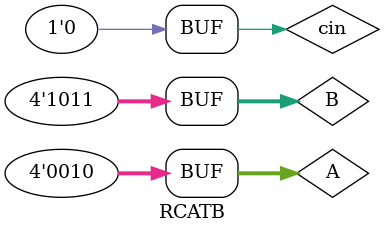
<source format=sv>
`timescale 1ns/1ns

module RCATB ();

logic [3:0]A,B;
wire [3:0]s;
logic cin;
wire cout;

RCA instant(.cin(cin),.cout(cout),.A(A),.B(B),.s(s));

initial begin
    A = 4'sd0;
    B = 4'sd0;
    cin = 1'b0;

    #50;
    A = 4'sd1;
    B = 4'sd3;
    cin = 1'b0;

    #50; 
    A = -4'sd3;
    B = 4'sd5;
    cin = 1'b0;
    
    #50; 
    A = 4'sd2;
    B = -4'sd5;
    cin = 1'b0;

end
    
endmodule
</source>
